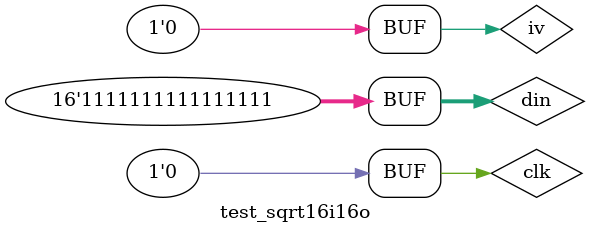
<source format=v>
`timescale 1ns / 1ps

module test_sqrt16i16o;

	// Inputs
	reg [15:0] din;
	reg iv;
	reg clk;

	// Outputs
	wire [15:0] dout;
	wire ov;

	// Instantiate the Unit Under Test (UUT)
	sqrt16i16o uut (
		.din(din), 
		.iv(iv), 
		.dout(dout), 
		.ov(ov), 
		.clk(clk) 
	);

	initial begin
		// Initialize Inputs
		din = 0;
		iv = 0;
		clk = 0;

		// Wait 100 ns for global reset to finish
		#100;
        
		// Test
		#5 clk = 0; iv = 1; din = 143;
		#5 clk = 1;
		repeat (17)
		begin
			#5 clk = 0; iv = 0;
			#5 clk = 1;
		end
		#5 clk = 0; iv = 1; din = 144;
		#5 clk = 1;
		repeat (17)
		begin
			#5 clk = 0; iv = 0;
			#5 clk = 1;
		end
		#5 clk = 0; iv = 1; din = 145;
		#5 clk = 1;
		repeat (17)
		begin
			#5 clk = 0; iv = 0;
			#5 clk = 1;
		end
		#5 clk = 0; iv = 1; din = 65025; // 255*255
		#5 clk = 1;
		repeat (17)
		begin
			#5 clk = 0; iv = 0;
			#5 clk = 1;
		end
		#5 clk = 0; iv = 1; din = 65535;
		#5 clk = 1;
		repeat (17)
		begin
			#5 clk = 0; iv = 0;
			#5 clk = 1;
		end
		#5 clk = 0;
	
	end
      
endmodule


</source>
